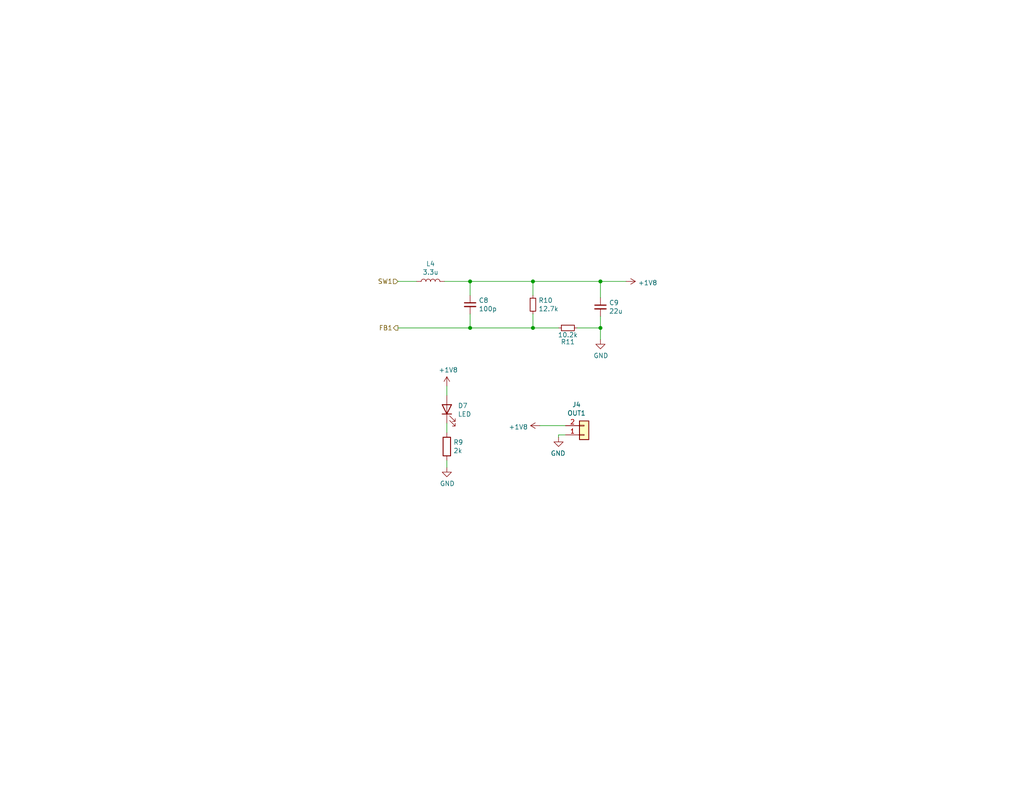
<source format=kicad_sch>
(kicad_sch (version 20211123) (generator eeschema)
  (paper "USLetter")
  (title_block (date "2021-05-26"))
  (lib_symbols
    (symbol "Connector_Generic:Conn_01x02" (pin_names (offset 1.016) hide)
      (property "Reference" "J" (at 0 2.54 0))
      (property "Value" "Conn_01x02" (at 0 -5.08 0))
      (symbol "Conn_01x02_1_1"
        (rectangle (start -1.27 -2.413) (end 0 -2.667) (stroke (width 0.1524)))
        (rectangle (start -1.27 0.127) (end 0 -0.127) (stroke (width 0.1524)))
        (rectangle (start -1.27 1.27) (end 1.27 -3.81) (stroke (width 0.254)) (fill (type background)))
        (pin passive line (at -5.08 0 0) (length 3.81) (name "Pin_1") (number "1"))
        (pin passive line (at -5.08 -2.54 0) (length 3.81) (name "Pin_2") (number "2"))
      )
    )
    (symbol "Device:C_Small" (pin_numbers hide) (pin_names (offset 0.254) hide)
      (property "Reference" "C" (at 0.254 1.778 0))
      (property "Value" "C_Small" (at 0.254 -2.032 0))
      (symbol "C_Small_0_1"
        (polyline (pts (xy -1.524 -0.508) (xy 1.524 -0.508)) (stroke (width 0.3302)))
        (polyline (pts (xy -1.524 0.508) (xy 1.524 0.508)) (stroke (width 0.3048)))
      )
      (symbol "C_Small_1_1"
        (pin passive line (at 0 2.54 270) (length 2.032) (name "~") (number "1"))
        (pin passive line (at 0 -2.54 90) (length 2.032) (name "~") (number "2"))
      )
    )
    (symbol "Device:L" (pin_numbers hide) (pin_names (offset 1.016) hide)
      (property "Reference" "L" (at -1.27 0 90))
      (property "Value" "L" (at 1.905 0 90))
      (symbol "L_0_1"
        (arc (start 0 -2.54) (mid 0.635 -1.905) (end 0 -1.27))
        (arc (start 0 -1.27) (mid 0.635 -0.635) (end 0 0))
        (arc (start 0 0) (mid 0.635 0.635) (end 0 1.27))
        (arc (start 0 1.27) (mid 0.635 1.905) (end 0 2.54))
      )
      (symbol "L_1_1"
        (pin passive line (at 0 3.81 270) (length 1.27) (name "1") (number "1"))
        (pin passive line (at 0 -3.81 90) (length 1.27) (name "2") (number "2"))
      )
    )
    (symbol "Device:LED" (pin_numbers hide) (pin_names (offset 1.016) hide)
      (property "Reference" "D" (at 0 2.54 0))
      (property "Value" "LED" (at 0 -2.54 0))
      (symbol "LED_0_1"
        (polyline (pts (xy -1.27 -1.27) (xy -1.27 1.27)) (stroke (width 0.254)))
        (polyline (pts (xy -1.27 0) (xy 1.27 0)))
        (polyline (pts (xy 1.27 -1.27) (xy 1.27 1.27) (xy -1.27 0) (xy 1.27 -1.27)) (stroke (width 0.254)))
        (polyline (pts (xy -3.048 -0.762) (xy -4.572 -2.286) (xy -3.81 -2.286) (xy -4.572 -2.286) (xy -4.572 -1.524)))
        (polyline (pts (xy -1.778 -0.762) (xy -3.302 -2.286) (xy -2.54 -2.286) (xy -3.302 -2.286) (xy -3.302 -1.524)))
      )
      (symbol "LED_1_1"
        (pin passive line (at -3.81 0 0) (length 2.54) (name "K") (number "1"))
        (pin passive line (at 3.81 0 180) (length 2.54) (name "A") (number "2"))
      )
    )
    (symbol "Device:R" (pin_numbers hide) (pin_names (offset 0))
      (property "Reference" "R" (at 2.032 0 90))
      (property "Value" "R" (at 0 0 90))
      (symbol "R_0_1"
        (rectangle (start -1.016 -2.54) (end 1.016 2.54) (stroke (width 0.254)))
      )
      (symbol "R_1_1"
        (pin passive line (at 0 3.81 270) (length 1.27) (name "~") (number "1"))
        (pin passive line (at 0 -3.81 90) (length 1.27) (name "~") (number "2"))
      )
    )
    (symbol "Device:R_Small" (pin_numbers hide) (pin_names (offset 0.254) hide)
      (property "Reference" "R" (at 0.762 0.508 0))
      (property "Value" "R_Small" (at 0.762 -1.016 0))
      (symbol "R_Small_0_1"
        (rectangle (start -0.762 1.778) (end 0.762 -1.778) (stroke (width 0.2032)))
      )
      (symbol "R_Small_1_1"
        (pin passive line (at 0 2.54 270) (length 0.762) (name "~") (number "1"))
        (pin passive line (at 0 -2.54 90) (length 0.762) (name "~") (number "2"))
      )
    )
    (symbol "power:+1V8" (power) (pin_names (offset 0))
      (property "Value" "+1V8" (at 0 3.556 0))
      (symbol "+1V8_0_1"
        (polyline (pts (xy -0.762 1.27) (xy 0 2.54)))
        (polyline (pts (xy 0 0) (xy 0 2.54)))
        (polyline (pts (xy 0 2.54) (xy 0.762 1.27)))
      )
      (symbol "+1V8_1_1"
        (pin power_in line (at 0 0 90) (length 0) hide (name "+1V8") (number "1"))
      )
    )
    (symbol "power:GND" (power) (pin_names (offset 0))
      (property "Value" "GND" (at 0 -3.81 0))
      (symbol "GND_0_1"
        (polyline (pts (xy 0 0) (xy 0 -1.27) (xy 1.27 -1.27) (xy 0 -2.54) (xy -1.27 -1.27) (xy 0 -1.27)))
      )
      (symbol "GND_1_1"
        (pin power_in line (at 0 0 270) (length 0) hide (name "GND") (number "1"))
      )
    )
  )
  (junction (at 128.27 76.835))
  (junction (at 145.415 76.835))
  (junction (at 163.83 89.535))
  (junction (at 128.27 89.535))
  (junction (at 145.415 89.535))
  (junction (at 163.83 76.835))
  (wire (pts (xy 108.585 76.835) (xy 113.665 76.835)))
  (wire (pts (xy 145.415 85.725) (xy 145.415 89.535)))
  (wire (pts (xy 163.83 81.28) (xy 163.83 76.835)))
  (wire (pts (xy 121.285 76.835) (xy 128.27 76.835)))
  (wire (pts (xy 128.27 85.725) (xy 128.27 89.535)))
  (wire (pts (xy 163.83 92.71) (xy 163.83 89.535)))
  (wire (pts (xy 157.48 89.535) (xy 163.83 89.535)))
  (wire (pts (xy 152.4 118.745) (xy 152.4 119.38)))
  (wire (pts (xy 163.83 89.535) (xy 163.83 86.36)))
  (wire (pts (xy 152.4 89.535) (xy 145.415 89.535)))
  (wire (pts (xy 154.305 118.745) (xy 152.4 118.745)))
  (wire (pts (xy 121.92 115.57) (xy 121.92 118.11)))
  (wire (pts (xy 128.27 80.645) (xy 128.27 76.835)))
  (wire (pts (xy 128.27 89.535) (xy 145.415 89.535)))
  (wire (pts (xy 154.305 116.205) (xy 147.32 116.205)))
  (wire (pts (xy 128.27 76.835) (xy 145.415 76.835)))
  (wire (pts (xy 121.92 125.73) (xy 121.92 127.635)))
  (wire (pts (xy 121.92 105.41) (xy 121.92 107.95)))
  (wire (pts (xy 145.415 80.645) (xy 145.415 76.835)))
  (wire (pts (xy 170.815 76.835) (xy 163.83 76.835)))
  (wire (pts (xy 108.585 89.535) (xy 128.27 89.535)))
  (wire (pts (xy 163.83 76.835) (xy 145.415 76.835)))
  (hierarchical_label "SW1" (shape input) (at 108.585 76.835 180))
  (hierarchical_label "FB1" (shape output) (at 108.585 89.535 180))
  (symbol (lib_id "Connector_Generic:Conn_01x02") (at 159.385 118.745 0) (mirror x) (unit 1)
    (property "Reference" "J4" (at 157.3022 110.49 0))
    (property "Value" "OUT1" (at 157.3022 112.8014 0))
    (property "Footprint" "TerminalBlock_Phoenix:TerminalBlock_Phoenix_MKDS-1,5-2_1x02_P5.00mm_Horizontal" (effects hide))
  )
  (symbol (lib_id "power:+1V8") (at 147.32 116.205 90) (mirror x) (unit 1)
    (property "Reference" "#PWR0117" (effects hide))
    (property "Value" "+1V8" (at 144.0688 116.586 90) (effects (justify left)))
  )
  (symbol (lib_id "power:GND") (at 152.4 119.38 0) (mirror y) (unit 1)
    (property "Reference" "#PWR0118" (effects hide))
    (property "Value" "GND" (at 152.273 123.7742 0))
  )
  (symbol (lib_id "power:+1V8") (at 121.92 105.41 0) (unit 1)
    (property "Reference" "#PWR0119" (effects hide))
    (property "Value" "+1V8" (at 122.301 101.0158 0))
  )
  (symbol (lib_id "Device:LED") (at 121.92 111.76 90) (unit 1)
    (property "Reference" "D7" (at 124.9172 110.7694 90) (effects (justify right)))
    (property "Value" "LED" (at 124.9172 113.0808 90) (effects (justify right)))
    (property "Footprint" "LED_SMD:LED_0805_2012Metric" (effects hide))
  )
  (symbol (lib_id "Device:R") (at 121.92 121.92 0) (unit 1)
    (property "Reference" "R9" (at 123.698 120.7516 0) (effects (justify left)))
    (property "Value" "2k" (at 123.698 123.063 0) (effects (justify left)))
    (property "Footprint" "Resistor_SMD:R_0805_2012Metric" (effects hide))
  )
  (symbol (lib_id "power:GND") (at 121.92 127.635 0) (unit 1)
    (property "Reference" "#PWR0120" (effects hide))
    (property "Value" "GND" (at 122.047 132.0292 0))
  )
  (symbol (lib_id "Device:L") (at 117.475 76.835 90) (unit 1)
    (property "Reference" "L4" (at 117.475 72.009 90))
    (property "Value" "3.3u" (at 117.475 74.3204 90))
    (property "Footprint" "LT3514:MSS6132" (effects hide))
  )
  (symbol (lib_id "Device:C_Small") (at 163.83 83.82 0) (unit 1)
    (property "Reference" "C9" (at 166.1668 82.6516 0) (effects (justify left)))
    (property "Value" "22u" (at 166.1668 84.963 0) (effects (justify left)))
    (property "Footprint" "Capacitor_SMD:C_0805_2012Metric" (effects hide))
  )
  (symbol (lib_id "Device:R_Small") (at 145.415 83.185 180) (unit 1)
    (property "Reference" "R10" (at 146.9136 82.0166 0) (effects (justify right)))
    (property "Value" "12.7k" (at 146.9136 84.328 0) (effects (justify right)))
    (property "Footprint" "Resistor_SMD:R_0805_2012Metric" (effects hide))
  )
  (symbol (lib_id "Device:R_Small") (at 154.94 89.535 270) (unit 1)
    (property "Reference" "R11" (at 154.94 93.345 90))
    (property "Value" "10.2k" (at 154.94 91.44 90))
    (property "Footprint" "Resistor_SMD:R_0805_2012Metric" (effects hide))
  )
  (symbol (lib_id "Device:C_Small") (at 128.27 83.185 0) (unit 1)
    (property "Reference" "C8" (at 130.6068 82.0166 0) (effects (justify left)))
    (property "Value" "100p" (at 130.6068 84.328 0) (effects (justify left)))
    (property "Footprint" "Capacitor_SMD:C_0805_2012Metric" (effects hide))
  )
  (symbol (lib_id "power:GND") (at 163.83 92.71 0) (unit 1)
    (property "Reference" "#PWR0121" (effects hide))
    (property "Value" "GND" (at 163.957 97.1042 0))
  )
  (symbol (lib_id "power:+1V8") (at 170.815 76.835 270) (unit 1)
    (property "Reference" "#PWR0122" (effects hide))
    (property "Value" "+1V8" (at 174.0662 77.216 90) (effects (justify left)))
  )
)
</source>
